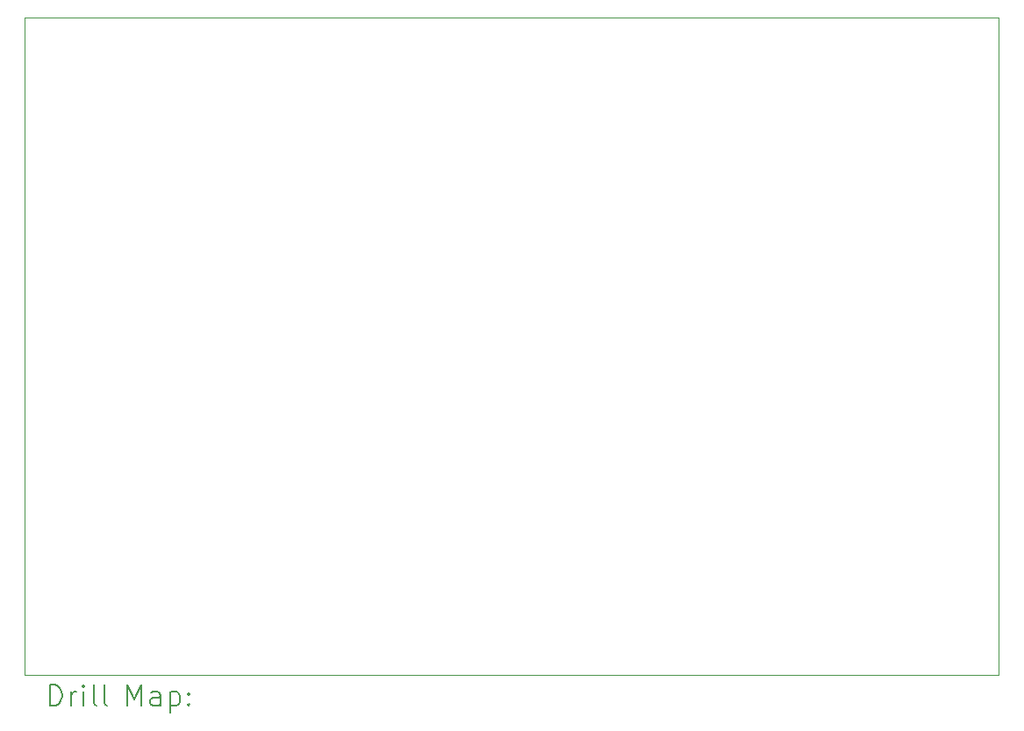
<source format=gbr>
%TF.GenerationSoftware,KiCad,Pcbnew,(7.0.0)*%
%TF.CreationDate,2023-03-05T21:28:28-05:00*%
%TF.ProjectId,8bc_ir,3862635f-6972-42e6-9b69-6361645f7063,rev?*%
%TF.SameCoordinates,Original*%
%TF.FileFunction,Drillmap*%
%TF.FilePolarity,Positive*%
%FSLAX45Y45*%
G04 Gerber Fmt 4.5, Leading zero omitted, Abs format (unit mm)*
G04 Created by KiCad (PCBNEW (7.0.0)) date 2023-03-05 21:28:28*
%MOMM*%
%LPD*%
G01*
G04 APERTURE LIST*
%ADD10C,0.100000*%
%ADD11C,0.200000*%
G04 APERTURE END LIST*
D10*
X10414000Y-3048000D02*
X19812000Y-3048000D01*
X19812000Y-3048000D02*
X19812000Y-9398000D01*
X19812000Y-9398000D02*
X10414000Y-9398000D01*
X10414000Y-9398000D02*
X10414000Y-3048000D01*
D11*
X10656619Y-9696476D02*
X10656619Y-9496476D01*
X10656619Y-9496476D02*
X10704238Y-9496476D01*
X10704238Y-9496476D02*
X10732810Y-9506000D01*
X10732810Y-9506000D02*
X10751857Y-9525048D01*
X10751857Y-9525048D02*
X10761381Y-9544095D01*
X10761381Y-9544095D02*
X10770905Y-9582190D01*
X10770905Y-9582190D02*
X10770905Y-9610762D01*
X10770905Y-9610762D02*
X10761381Y-9648857D01*
X10761381Y-9648857D02*
X10751857Y-9667905D01*
X10751857Y-9667905D02*
X10732810Y-9686952D01*
X10732810Y-9686952D02*
X10704238Y-9696476D01*
X10704238Y-9696476D02*
X10656619Y-9696476D01*
X10856619Y-9696476D02*
X10856619Y-9563143D01*
X10856619Y-9601238D02*
X10866143Y-9582190D01*
X10866143Y-9582190D02*
X10875667Y-9572667D01*
X10875667Y-9572667D02*
X10894714Y-9563143D01*
X10894714Y-9563143D02*
X10913762Y-9563143D01*
X10980429Y-9696476D02*
X10980429Y-9563143D01*
X10980429Y-9496476D02*
X10970905Y-9506000D01*
X10970905Y-9506000D02*
X10980429Y-9515524D01*
X10980429Y-9515524D02*
X10989952Y-9506000D01*
X10989952Y-9506000D02*
X10980429Y-9496476D01*
X10980429Y-9496476D02*
X10980429Y-9515524D01*
X11104238Y-9696476D02*
X11085190Y-9686952D01*
X11085190Y-9686952D02*
X11075667Y-9667905D01*
X11075667Y-9667905D02*
X11075667Y-9496476D01*
X11209000Y-9696476D02*
X11189952Y-9686952D01*
X11189952Y-9686952D02*
X11180429Y-9667905D01*
X11180429Y-9667905D02*
X11180429Y-9496476D01*
X11405190Y-9696476D02*
X11405190Y-9496476D01*
X11405190Y-9496476D02*
X11471857Y-9639333D01*
X11471857Y-9639333D02*
X11538524Y-9496476D01*
X11538524Y-9496476D02*
X11538524Y-9696476D01*
X11719476Y-9696476D02*
X11719476Y-9591714D01*
X11719476Y-9591714D02*
X11709952Y-9572667D01*
X11709952Y-9572667D02*
X11690905Y-9563143D01*
X11690905Y-9563143D02*
X11652809Y-9563143D01*
X11652809Y-9563143D02*
X11633762Y-9572667D01*
X11719476Y-9686952D02*
X11700428Y-9696476D01*
X11700428Y-9696476D02*
X11652809Y-9696476D01*
X11652809Y-9696476D02*
X11633762Y-9686952D01*
X11633762Y-9686952D02*
X11624238Y-9667905D01*
X11624238Y-9667905D02*
X11624238Y-9648857D01*
X11624238Y-9648857D02*
X11633762Y-9629810D01*
X11633762Y-9629810D02*
X11652809Y-9620286D01*
X11652809Y-9620286D02*
X11700428Y-9620286D01*
X11700428Y-9620286D02*
X11719476Y-9610762D01*
X11814714Y-9563143D02*
X11814714Y-9763143D01*
X11814714Y-9572667D02*
X11833762Y-9563143D01*
X11833762Y-9563143D02*
X11871857Y-9563143D01*
X11871857Y-9563143D02*
X11890905Y-9572667D01*
X11890905Y-9572667D02*
X11900428Y-9582190D01*
X11900428Y-9582190D02*
X11909952Y-9601238D01*
X11909952Y-9601238D02*
X11909952Y-9658381D01*
X11909952Y-9658381D02*
X11900428Y-9677429D01*
X11900428Y-9677429D02*
X11890905Y-9686952D01*
X11890905Y-9686952D02*
X11871857Y-9696476D01*
X11871857Y-9696476D02*
X11833762Y-9696476D01*
X11833762Y-9696476D02*
X11814714Y-9686952D01*
X11995667Y-9677429D02*
X12005190Y-9686952D01*
X12005190Y-9686952D02*
X11995667Y-9696476D01*
X11995667Y-9696476D02*
X11986143Y-9686952D01*
X11986143Y-9686952D02*
X11995667Y-9677429D01*
X11995667Y-9677429D02*
X11995667Y-9696476D01*
X11995667Y-9572667D02*
X12005190Y-9582190D01*
X12005190Y-9582190D02*
X11995667Y-9591714D01*
X11995667Y-9591714D02*
X11986143Y-9582190D01*
X11986143Y-9582190D02*
X11995667Y-9572667D01*
X11995667Y-9572667D02*
X11995667Y-9591714D01*
M02*

</source>
